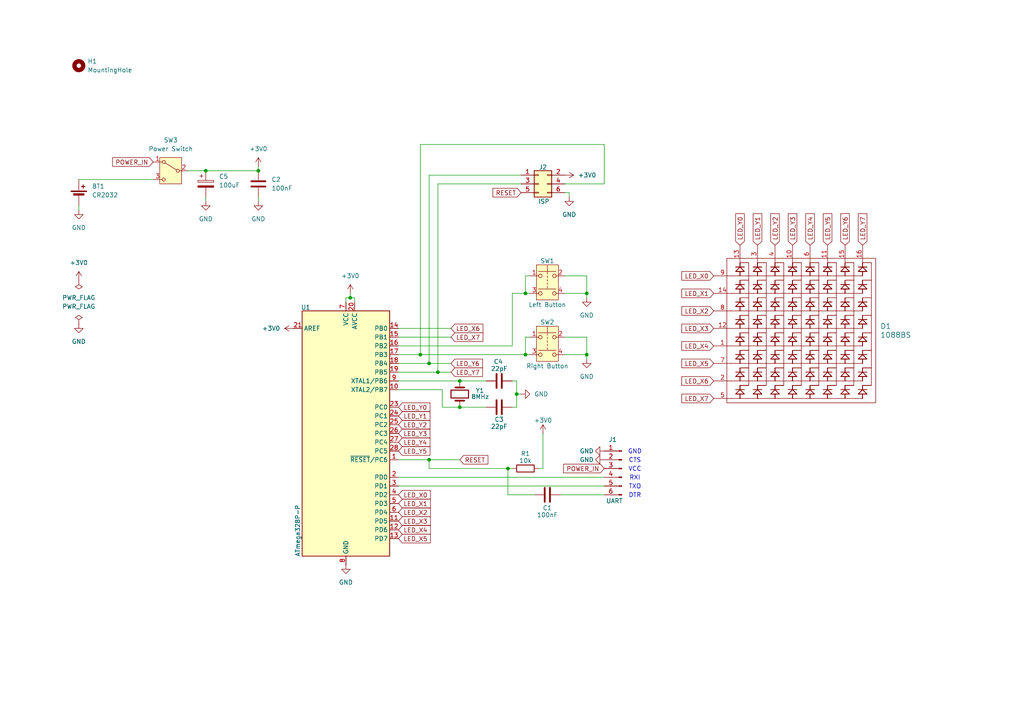
<source format=kicad_sch>
(kicad_sch (version 20231120) (generator "eeschema") (generator_version "8.0")
  (paper "A4")
  (title_block (title "ZTL-Badge-Hardware") (date "2024-03-03") (rev "1.0.0") (company "@casartar"))
  (lib_symbols
    (symbol "1088bs:1088BS" (pin_names (offset 1.016))
      (property "Reference" "D" (at -20.32 -22.86 0))
      (property "Value" "1088BS" (at 17.78 -22.86 0))
      (symbol "1088BS_1_1"
        (pin passive line (at -25.4 -5.08 0) (length 5.08) (name "~") (number "1"))
        (pin passive line (at -2.54 24.13 270) (length 5.08) (name "~") (number "10"))
        (pin passive line (at 7.62 24.13 270) (length 5.08) (name "~") (number "11"))
        (pin passive line (at -25.4 0 0) (length 5.08) (name "~") (number "12"))
        (pin passive line (at -17.78 24.13 270) (length 5.08) (name "~") (number "13"))
        (pin passive line (at -25.4 10.16 0) (length 5.08) (name "~") (number "14"))
        (pin passive line (at 12.7 24.13 270) (length 5.08) (name "~") (number "15"))
        (pin passive line (at 17.78 24.13 270) (length 5.08) (name "~") (number "16"))
        (pin passive line (at -25.4 -15.24 0) (length 5.08) (name "~") (number "2"))
        (pin passive line (at -12.7 24.13 270) (length 5.08) (name "~") (number "3"))
        (pin passive line (at -7.62 24.13 270) (length 5.08) (name "~") (number "4"))
        (pin passive line (at -25.4 -20.32 0) (length 5.08) (name "~") (number "5"))
        (pin passive line (at 2.54 24.13 270) (length 5.08) (name "~") (number "6"))
        (pin passive line (at -25.4 -10.16 0) (length 5.08) (name "~") (number "7"))
        (pin passive line (at -25.4 5.08 0) (length 5.08) (name "~") (number "8"))
        (pin passive line (at -25.4 15.24 0) (length 5.08) (name "~") (number "9"))
      )
    )
    (symbol "Connector:Conn_01x06_Pin" (pin_names (offset 1.016) hide)
      (property "Reference" "J" (at 0 7.62 0))
      (property "Value" "Conn_01x06_Pin" (at 0 -10.16 0))
      (symbol "Conn_01x06_Pin_1_1"
        (pin passive line (at 5.08 5.08 180) (length 3.81) (name "Pin_1") (number "1"))
        (pin passive line (at 5.08 2.54 180) (length 3.81) (name "Pin_2") (number "2"))
        (pin passive line (at 5.08 0 180) (length 3.81) (name "Pin_3") (number "3"))
        (pin passive line (at 5.08 -2.54 180) (length 3.81) (name "Pin_4") (number "4"))
        (pin passive line (at 5.08 -5.08 180) (length 3.81) (name "Pin_5") (number "5"))
        (pin passive line (at 5.08 -7.62 180) (length 3.81) (name "Pin_6") (number "6"))
      )
    )
    (symbol "Connector_Generic:Conn_02x03_Odd_Even" (pin_names (offset 1.016) hide)
      (property "Reference" "J" (at 1.27 5.08 0))
      (property "Value" "Conn_02x03_Odd_Even" (at 1.27 -5.08 0))
      (symbol "Conn_02x03_Odd_Even_1_1"
        (pin passive line (at -5.08 2.54 0) (length 3.81) (name "Pin_1") (number "1"))
        (pin passive line (at 7.62 2.54 180) (length 3.81) (name "Pin_2") (number "2"))
        (pin passive line (at -5.08 0 0) (length 3.81) (name "Pin_3") (number "3"))
        (pin passive line (at 7.62 0 180) (length 3.81) (name "Pin_4") (number "4"))
        (pin passive line (at -5.08 -2.54 0) (length 3.81) (name "Pin_5") (number "5"))
        (pin passive line (at 7.62 -2.54 180) (length 3.81) (name "Pin_6") (number "6"))
      )
    )
    (symbol "Device:Battery_Cell" (pin_numbers hide) (pin_names (offset 0) hide)
      (property "Reference" "BT" (at 2.54 2.54 0))
      (property "Value" "Battery_Cell" (at 2.54 0 0))
      (symbol "Battery_Cell_1_1"
        (pin passive line (at 0 5.08 270) (length 2.54) (name "+") (number "1"))
        (pin passive line (at 0 -2.54 90) (length 2.54) (name "-") (number "2"))
      )
    )
    (symbol "Device:C" (pin_numbers hide) (pin_names (offset 0.254))
      (property "Reference" "C" (at 0.635 2.54 0))
      (property "Value" "C" (at 0.635 -2.54 0))
      (symbol "C_1_1"
        (pin passive line (at 0 3.81 270) (length 2.794) (name "~") (number "1"))
        (pin passive line (at 0 -3.81 90) (length 2.794) (name "~") (number "2"))
      )
    )
    (symbol "Device:C_Polarized" (pin_numbers hide) (pin_names (offset 0.254))
      (property "Reference" "C" (at 0.635 2.54 0))
      (property "Value" "C_Polarized" (at 0.635 -2.54 0))
      (symbol "C_Polarized_1_1"
        (pin passive line (at 0 3.81 270) (length 2.794) (name "~") (number "1"))
        (pin passive line (at 0 -3.81 90) (length 2.794) (name "~") (number "2"))
      )
    )
    (symbol "Device:Crystal" (pin_numbers hide) (pin_names (offset 1.016) hide)
      (property "Reference" "Y" (at 0 3.81 0))
      (property "Value" "Crystal" (at 0 -3.81 0))
      (symbol "Crystal_1_1"
        (pin passive line (at -3.81 0 0) (length 1.27) (name "1") (number "1"))
        (pin passive line (at 3.81 0 180) (length 1.27) (name "2") (number "2"))
      )
    )
    (symbol "Device:R" (pin_numbers hide) (pin_names (offset 0))
      (property "Reference" "R" (at 2.032 0 90))
      (property "Value" "R" (at 0 0 90))
      (symbol "R_1_1"
        (pin passive line (at 0 3.81 270) (length 1.27) (name "~") (number "1"))
        (pin passive line (at 0 -3.81 90) (length 1.27) (name "~") (number "2"))
      )
    )
    (symbol "MCU_Microchip_ATmega:ATmega328P-P"
      (property "Reference" "U" (at -12.7 36.83 0))
      (property "Value" "ATmega328P-P" (at 2.54 -36.83 0))
      (symbol "ATmega328P-P_1_1"
        (pin bidirectional line (at 15.24 -7.62 180) (length 2.54) (name "~{RESET}/PC6") (number "1"))
        (pin bidirectional line (at 15.24 12.7 180) (length 2.54) (name "XTAL2/PB7") (number "10"))
        (pin bidirectional line (at 15.24 -25.4 180) (length 2.54) (name "PD5") (number "11"))
        (pin bidirectional line (at 15.24 -27.94 180) (length 2.54) (name "PD6") (number "12"))
        (pin bidirectional line (at 15.24 -30.48 180) (length 2.54) (name "PD7") (number "13"))
        (pin bidirectional line (at 15.24 30.48 180) (length 2.54) (name "PB0") (number "14"))
        (pin bidirectional line (at 15.24 27.94 180) (length 2.54) (name "PB1") (number "15"))
        (pin bidirectional line (at 15.24 25.4 180) (length 2.54) (name "PB2") (number "16"))
        (pin bidirectional line (at 15.24 22.86 180) (length 2.54) (name "PB3") (number "17"))
        (pin bidirectional line (at 15.24 20.32 180) (length 2.54) (name "PB4") (number "18"))
        (pin bidirectional line (at 15.24 17.78 180) (length 2.54) (name "PB5") (number "19"))
        (pin bidirectional line (at 15.24 -12.7 180) (length 2.54) (name "PD0") (number "2"))
        (pin power_in line (at 2.54 38.1 270) (length 2.54) (name "AVCC") (number "20"))
        (pin passive line (at -15.24 30.48 0) (length 2.54) (name "AREF") (number "21"))
        (pin passive line (at 0 -38.1 90) (length 2.54) hide (name "GND") (number "22"))
        (pin bidirectional line (at 15.24 7.62 180) (length 2.54) (name "PC0") (number "23"))
        (pin bidirectional line (at 15.24 5.08 180) (length 2.54) (name "PC1") (number "24"))
        (pin bidirectional line (at 15.24 2.54 180) (length 2.54) (name "PC2") (number "25"))
        (pin bidirectional line (at 15.24 0 180) (length 2.54) (name "PC3") (number "26"))
        (pin bidirectional line (at 15.24 -2.54 180) (length 2.54) (name "PC4") (number "27"))
        (pin bidirectional line (at 15.24 -5.08 180) (length 2.54) (name "PC5") (number "28"))
        (pin bidirectional line (at 15.24 -15.24 180) (length 2.54) (name "PD1") (number "3"))
        (pin bidirectional line (at 15.24 -17.78 180) (length 2.54) (name "PD2") (number "4"))
        (pin bidirectional line (at 15.24 -20.32 180) (length 2.54) (name "PD3") (number "5"))
        (pin bidirectional line (at 15.24 -22.86 180) (length 2.54) (name "PD4") (number "6"))
        (pin power_in line (at 0 38.1 270) (length 2.54) (name "VCC") (number "7"))
        (pin power_in line (at 0 -38.1 90) (length 2.54) (name "GND") (number "8"))
        (pin bidirectional line (at 15.24 15.24 180) (length 2.54) (name "XTAL1/PB6") (number "9"))
      )
    )
    (symbol "Mechanical:MountingHole" (pin_names (offset 1.016))
      (property "Reference" "H" (at 0 5.08 0))
      (property "Value" "MountingHole" (at 0 3.175 0))
    )
    (symbol "Switch:SW_Push_Dual" (pin_names (offset 1.016) hide)
      (property "Reference" "SW" (at 0 7.62 0))
      (property "Value" "SW_Push_Dual" (at 0 -6.35 0))
      (symbol "SW_Push_Dual_0_1"
        (pin passive line (at -5.08 2.54 0) (length 2.54) (name "1") (number "1"))
        (pin passive line (at 5.08 2.54 180) (length 2.54) (name "2") (number "2"))
        (pin passive line (at -5.08 -2.54 0) (length 2.54) (name "3") (number "3"))
        (pin passive line (at 5.08 -2.54 180) (length 2.54) (name "4") (number "4"))
      )
    )
    (symbol "Switch:SW_SPDT" (pin_names (offset 0) hide)
      (property "Reference" "SW" (at 0 5.08 0))
      (property "Value" "SW_SPDT" (at 0 -5.08 0))
      (symbol "SW_SPDT_1_1"
        (pin passive line (at 5.08 2.54 180) (length 2.54) (name "A") (number "1"))
        (pin passive line (at -5.08 0 0) (length 2.54) (name "B") (number "2"))
        (pin passive line (at 5.08 -2.54 180) (length 2.54) (name "C") (number "3"))
      )
    )
    (symbol "power:+3V0" (power) (pin_numbers hide) (pin_names (offset 0) hide)
      (property "Value" "+3V0" (at 0 3.556 0))
      (symbol "+3V0_1_1"
        (pin power_in line (at 0 0 90) (length 0) (name "~") (number "1"))
      )
    )
    (symbol "power:GND" (power) (pin_numbers hide) (pin_names (offset 0) hide)
      (property "Value" "GND" (at 0 -3.81 0))
      (symbol "GND_1_1"
        (pin power_in line (at 0 0 270) (length 0) (name "~") (number "1"))
      )
    )
    (symbol "power:PWR_FLAG" (power) (pin_numbers hide) (pin_names (offset 0) hide)
      (property "Value" "PWR_FLAG" (at 0 3.81 0))
      (symbol "PWR_FLAG_0_0"
        (pin power_out line (at 0 0 90) (length 0) (name "~") (number "1"))
      )
    )
  )
  (junction (at 74.93 49.53))
  (junction (at 121.92 102.87))
  (junction (at 101.6 86.36))
  (junction (at 124.46 105.41))
  (junction (at 124.46 133.35))
  (junction (at 133.35 118.11))
  (junction (at 133.35 110.49))
  (junction (at 170.18 102.87))
  (junction (at 127 107.95))
  (junction (at 59.69 49.53))
  (junction (at 147.32 135.89))
  (junction (at 170.18 85.09))
  (junction (at 149.86 114.3))
  (junction (at 152.4 85.09))
  (junction (at 152.4 102.87))
  (wire (pts (xy 124.46 50.8) (xy 151.13 50.8)))
  (wire (pts (xy 74.93 57.15) (xy 74.93 58.42)))
  (wire (pts (xy 59.69 57.15) (xy 59.69 58.42)))
  (wire (pts (xy 149.86 114.3) (xy 151.13 114.3)))
  (wire (pts (xy 54.61 49.53) (xy 59.69 49.53)))
  (wire (pts (xy 102.87 86.36) (xy 101.6 86.36)))
  (wire (pts (xy 148.59 118.11) (xy 149.86 118.11)))
  (wire (pts (xy 149.86 114.3) (xy 149.86 110.49)))
  (wire (pts (xy 163.83 97.79) (xy 170.18 97.79)))
  (wire (pts (xy 152.4 85.09) (xy 153.67 85.09)))
  (wire (pts (xy 148.59 100.33) (xy 148.59 85.09)))
  (wire (pts (xy 121.92 41.91) (xy 175.26 41.91)))
  (wire (pts (xy 124.46 133.35) (xy 133.35 133.35)))
  (wire (pts (xy 22.86 52.07) (xy 44.45 52.07)))
  (wire (pts (xy 121.92 102.87) (xy 152.4 102.87)))
  (wire (pts (xy 149.86 118.11) (xy 149.86 114.3)))
  (wire (pts (xy 101.6 85.09) (xy 101.6 86.36)))
  (wire (pts (xy 115.57 102.87) (xy 121.92 102.87)))
  (wire (pts (xy 115.57 133.35) (xy 124.46 133.35)))
  (wire (pts (xy 153.67 80.01) (xy 152.4 80.01)))
  (wire (pts (xy 147.32 135.89) (xy 124.46 135.89)))
  (wire (pts (xy 175.26 41.91) (xy 175.26 53.34)))
  (wire (pts (xy 100.33 86.36) (xy 100.33 87.63)))
  (wire (pts (xy 124.46 135.89) (xy 124.46 133.35)))
  (wire (pts (xy 115.57 138.43) (xy 175.26 138.43)))
  (wire (pts (xy 152.4 97.79) (xy 152.4 102.87)))
  (wire (pts (xy 148.59 85.09) (xy 152.4 85.09)))
  (wire (pts (xy 163.83 80.01) (xy 170.18 80.01)))
  (wire (pts (xy 115.57 140.97) (xy 175.26 140.97)))
  (wire (pts (xy 152.4 102.87) (xy 153.67 102.87)))
  (wire (pts (xy 115.57 107.95) (xy 127 107.95)))
  (wire (pts (xy 153.67 97.79) (xy 152.4 97.79)))
  (wire (pts (xy 163.83 102.87) (xy 170.18 102.87)))
  (wire (pts (xy 152.4 80.01) (xy 152.4 85.09)))
  (wire (pts (xy 133.35 118.11) (xy 140.97 118.11)))
  (wire (pts (xy 148.59 110.49) (xy 149.86 110.49)))
  (wire (pts (xy 115.57 95.25) (xy 130.81 95.25)))
  (wire (pts (xy 163.83 85.09) (xy 170.18 85.09)))
  (wire (pts (xy 74.93 48.26) (xy 74.93 49.53)))
  (wire (pts (xy 115.57 113.03) (xy 128.27 113.03)))
  (wire (pts (xy 148.59 135.89) (xy 147.32 135.89)))
  (wire (pts (xy 101.6 86.36) (xy 100.33 86.36)))
  (wire (pts (xy 147.32 143.51) (xy 147.32 135.89)))
  (wire (pts (xy 115.57 97.79) (xy 130.81 97.79)))
  (wire (pts (xy 121.92 102.87) (xy 121.92 41.91)))
  (wire (pts (xy 115.57 105.41) (xy 124.46 105.41)))
  (wire (pts (xy 124.46 105.41) (xy 130.81 105.41)))
  (wire (pts (xy 162.56 143.51) (xy 175.26 143.51)))
  (wire (pts (xy 170.18 97.79) (xy 170.18 102.87)))
  (wire (pts (xy 170.18 80.01) (xy 170.18 85.09)))
  (wire (pts (xy 163.83 55.88) (xy 165.1 55.88)))
  (wire (pts (xy 127 107.95) (xy 127 53.34)))
  (wire (pts (xy 127 107.95) (xy 130.81 107.95)))
  (wire (pts (xy 124.46 105.41) (xy 124.46 50.8)))
  (wire (pts (xy 156.21 135.89) (xy 157.48 135.89)))
  (wire (pts (xy 59.69 49.53) (xy 74.93 49.53)))
  (wire (pts (xy 163.83 53.34) (xy 175.26 53.34)))
  (wire (pts (xy 128.27 113.03) (xy 128.27 118.11)))
  (wire (pts (xy 165.1 55.88) (xy 165.1 57.15)))
  (wire (pts (xy 102.87 87.63) (xy 102.87 86.36)))
  (wire (pts (xy 115.57 100.33) (xy 148.59 100.33)))
  (wire (pts (xy 22.86 59.69) (xy 22.86 60.96)))
  (wire (pts (xy 154.94 143.51) (xy 147.32 143.51)))
  (wire (pts (xy 170.18 102.87) (xy 170.18 104.14)))
  (wire (pts (xy 115.57 110.49) (xy 133.35 110.49)))
  (wire (pts (xy 157.48 125.73) (xy 157.48 135.89)))
  (wire (pts (xy 170.18 85.09) (xy 170.18 86.36)))
  (wire (pts (xy 127 53.34) (xy 151.13 53.34)))
  (wire (pts (xy 128.27 118.11) (xy 133.35 118.11)))
  (wire (pts (xy 133.35 110.49) (xy 140.97 110.49)))
  (text "DTR" (at 184.15 143.764 0) (effects (font (size 1.27 1.27))))
  (text "CTS" (at 184.15 133.604 0) (effects (font (size 1.27 1.27))))
  (text "TXO" (at 184.15 141.224 0) (effects (font (size 1.27 1.27))))
  (text "RXI" (at 184.15 138.684 0) (effects (font (size 1.27 1.27))))
  (text "VCC" (at 184.15 136.144 0) (effects (font (size 1.27 1.27))))
  (text "GND" (at 184.15 131.064 0) (effects (font (size 1.27 1.27))))
  (global_label "LED_X7" (shape input) (at 130.81 97.79 0) (property "Intersheetrefs" "${INTERSHEET_REFS}" (effects (hide yes))))
  (global_label "LED_X1" (shape input) (at 115.57 146.05 0) (property "Intersheetrefs" "${INTERSHEET_REFS}" (effects (hide yes))))
  (global_label "LED_Y7" (shape input) (at 130.81 107.95 0) (property "Intersheetrefs" "${INTERSHEET_REFS}" (effects (hide yes))))
  (global_label "LED_Y0" (shape input) (at 214.63 71.12 90) (property "Intersheetrefs" "${INTERSHEET_REFS}" (effects (hide yes))))
  (global_label "LED_X5" (shape input) (at 115.57 156.21 0) (property "Intersheetrefs" "${INTERSHEET_REFS}" (effects (hide yes))))
  (global_label "LED_X3" (shape input) (at 207.01 95.25 180) (property "Intersheetrefs" "${INTERSHEET_REFS}" (effects (hide yes))))
  (global_label "LED_Y3" (shape input) (at 229.87 71.12 90) (property "Intersheetrefs" "${INTERSHEET_REFS}" (effects (hide yes))))
  (global_label "POWER_IN" (shape input) (at 44.45 46.99 180) (property "Intersheetrefs" "${INTERSHEET_REFS}" (effects (hide yes))))
  (global_label "LED_X0" (shape input) (at 207.01 80.01 180) (property "Intersheetrefs" "${INTERSHEET_REFS}" (effects (hide yes))))
  (global_label "LED_X2" (shape input) (at 115.57 148.59 0) (property "Intersheetrefs" "${INTERSHEET_REFS}" (effects (hide yes))))
  (global_label "LED_X4" (shape input) (at 115.57 153.67 0) (property "Intersheetrefs" "${INTERSHEET_REFS}" (effects (hide yes))))
  (global_label "LED_X6" (shape input) (at 207.01 110.49 180) (property "Intersheetrefs" "${INTERSHEET_REFS}" (effects (hide yes))))
  (global_label "LED_X5" (shape input) (at 207.01 105.41 180) (property "Intersheetrefs" "${INTERSHEET_REFS}" (effects (hide yes))))
  (global_label "RESET" (shape input) (at 133.35 133.35 0) (property "Intersheetrefs" "${INTERSHEET_REFS}" (effects (hide yes))))
  (global_label "LED_Y3" (shape input) (at 115.57 125.73 0) (property "Intersheetrefs" "${INTERSHEET_REFS}" (effects (hide yes))))
  (global_label "LED_Y5" (shape input) (at 115.57 130.81 0) (property "Intersheetrefs" "${INTERSHEET_REFS}" (effects (hide yes))))
  (global_label "LED_X4" (shape input) (at 207.01 100.33 180) (property "Intersheetrefs" "${INTERSHEET_REFS}" (effects (hide yes))))
  (global_label "LED_Y2" (shape input) (at 115.57 123.19 0) (property "Intersheetrefs" "${INTERSHEET_REFS}" (effects (hide yes))))
  (global_label "LED_Y4" (shape input) (at 115.57 128.27 0) (property "Intersheetrefs" "${INTERSHEET_REFS}" (effects (hide yes))))
  (global_label "LED_X1" (shape input) (at 207.01 85.09 180) (property "Intersheetrefs" "${INTERSHEET_REFS}" (effects (hide yes))))
  (global_label "LED_Y4" (shape input) (at 234.95 71.12 90) (property "Intersheetrefs" "${INTERSHEET_REFS}" (effects (hide yes))))
  (global_label "POWER_IN" (shape input) (at 175.26 135.89 180) (property "Intersheetrefs" "${INTERSHEET_REFS}" (effects (hide yes))))
  (global_label "RESET" (shape input) (at 151.13 55.88 180) (property "Intersheetrefs" "${INTERSHEET_REFS}" (effects (hide yes))))
  (global_label "LED_X3" (shape input) (at 115.57 151.13 0) (property "Intersheetrefs" "${INTERSHEET_REFS}" (effects (hide yes))))
  (global_label "LED_Y6" (shape input) (at 245.11 71.12 90) (property "Intersheetrefs" "${INTERSHEET_REFS}" (effects (hide yes))))
  (global_label "LED_X7" (shape input) (at 207.01 115.57 180) (property "Intersheetrefs" "${INTERSHEET_REFS}" (effects (hide yes))))
  (global_label "LED_X6" (shape input) (at 130.81 95.25 0) (property "Intersheetrefs" "${INTERSHEET_REFS}" (effects (hide yes))))
  (global_label "LED_X0" (shape input) (at 115.57 143.51 0) (property "Intersheetrefs" "${INTERSHEET_REFS}" (effects (hide yes))))
  (global_label "LED_X2" (shape input) (at 207.01 90.17 180) (property "Intersheetrefs" "${INTERSHEET_REFS}" (effects (hide yes))))
  (global_label "LED_Y6" (shape input) (at 130.81 105.41 0) (property "Intersheetrefs" "${INTERSHEET_REFS}" (effects (hide yes))))
  (global_label "LED_Y1" (shape input) (at 115.57 120.65 0) (property "Intersheetrefs" "${INTERSHEET_REFS}" (effects (hide yes))))
  (global_label "LED_Y2" (shape input) (at 224.79 71.12 90) (property "Intersheetrefs" "${INTERSHEET_REFS}" (effects (hide yes))))
  (global_label "LED_Y1" (shape input) (at 219.71 71.12 90) (property "Intersheetrefs" "${INTERSHEET_REFS}" (effects (hide yes))))
  (global_label "LED_Y5" (shape input) (at 240.03 71.12 90) (property "Intersheetrefs" "${INTERSHEET_REFS}" (effects (hide yes))))
  (global_label "LED_Y0" (shape input) (at 115.57 118.11 0) (property "Intersheetrefs" "${INTERSHEET_REFS}" (effects (hide yes))))
  (global_label "LED_Y7" (shape input) (at 250.19 71.12 90) (property "Intersheetrefs" "${INTERSHEET_REFS}" (effects (hide yes))))
  (symbol (lib_id "power:GND") (at 22.86 93.98 0) (unit 1)
    (property "Reference" "#PWR017" (effects (hide yes)))
    (property "Value" "GND" (at 22.86 99.06 0))
    (property "Description" "Power symbol creates a global label with name \"GND\" , ground" (effects (hide yes)))
  )
  (symbol (lib_id "power:GND") (at 165.1 57.15 0) (unit 1)
    (property "Reference" "#PWR06" (effects (hide yes)))
    (property "Value" "GND" (at 165.1 62.23 0))
    (property "Description" "Power symbol creates a global label with name \"GND\" , ground" (effects (hide yes)))
  )
  (symbol (lib_id "power:PWR_FLAG") (at 22.86 81.28 180) (unit 1)
    (property "Reference" "#FLG01" (effects (hide yes)))
    (property "Value" "PWR_FLAG" (at 22.86 86.36 0))
    (property "Description" "Special symbol for telling ERC where power comes from" (effects (hide yes)))
  )
  (symbol (lib_id "Device:C") (at 144.78 110.49 90) (unit 1)
    (property "Reference" "C4" (at 144.526 104.902 90))
    (property "Value" "22pF" (at 144.78 106.934 90))
    (property "Footprint" "Capacitor_THT:C_Disc_D3.8mm_W2.6mm_P2.50mm" (effects (hide yes)))
    (property "Description" "Unpolarized capacitor" (effects (hide yes)))
  )
  (symbol (lib_id "power:+3V0") (at 85.09 95.25 90) (unit 1)
    (property "Reference" "#PWR012" (effects (hide yes)))
    (property "Value" "+3V0" (at 81.28 95.2499 90) (effects (justify left)))
    (property "Description" "Power symbol creates a global label with name \"+3V0\"" (effects (hide yes)))
  )
  (symbol (lib_id "Mechanical:MountingHole") (at 22.86 19.05 0) (unit 1)
    (property "Reference" "H1" (at 25.4 17.7799 0) (effects (justify left)))
    (property "Value" "MountingHole" (at 25.4 20.3199 0) (effects (justify left)))
    (property "Footprint" "MountingHole:MountingHole_5.3mm_M5_DIN965_Pad" (effects (hide yes)))
    (property "Description" "Mounting Hole without connection" (effects (hide yes)))
  )
  (symbol (lib_id "power:+3V0") (at 101.6 85.09 0) (unit 1)
    (property "Reference" "#PWR01" (effects (hide yes)))
    (property "Value" "+3V0" (at 101.6 80.01 0))
    (property "Description" "Power symbol creates a global label with name \"+3V0\"" (effects (hide yes)))
  )
  (symbol (lib_id "power:+3V0") (at 163.83 50.8 270) (unit 1)
    (property "Reference" "#PWR05" (effects (hide yes)))
    (property "Value" "+3V0" (at 167.64 50.7999 90) (effects (justify left)))
    (property "Description" "Power symbol creates a global label with name \"+3V0\"" (effects (hide yes)))
  )
  (symbol (lib_id "Device:R") (at 152.4 135.89 90) (unit 1)
    (property "Reference" "R1" (at 152.4 131.572 90))
    (property "Value" "10k" (at 152.4 133.604 90))
    (property "Footprint" "Resistor_THT:R_Axial_DIN0207_L6.3mm_D2.5mm_P7.62mm_Horizontal" (effects (hide yes)))
    (property "Description" "Resistor" (effects (hide yes)))
  )
  (symbol (lib_id "Connector_Generic:Conn_02x03_Odd_Even") (at 156.21 53.34 0) (unit 1)
    (property "Reference" "J2" (at 157.48 48.514 0))
    (property "Value" "ISP" (at 157.734 58.42 0))
    (property "Footprint" "Connector_PinHeader_2.54mm:PinHeader_2x03_P2.54mm_Vertical" (effects (hide yes)))
    (property "Description" "Generic connector, double row, 02x03, odd/even pin numbering scheme (row 1 odd numbers, row 2 even numbers), script generated (kicad-library-utils/schlib/autogen/connector/)" (effects (hide yes)))
  )
  (symbol (lib_id "MCU_Microchip_ATmega:ATmega328P-P") (at 100.33 125.73 0) (unit 1)
    (property "Reference" "U1" (at 88.646 89.154 0))
    (property "Value" "ATmega328P-P" (at 86.36 153.924 90))
    (property "Footprint" "Package_DIP:DIP-28_W7.62mm" (effects (hide yes)))
    (property "Datasheet" "http://ww1.microchip.com/downloads/en/DeviceDoc/ATmega328_P%20AVR%20MCU%20with%20picoPower%20Technology%20Data%20Sheet%2040001984A.pdf" (effects (hide yes)))
    (property "Description" "20MHz, 32kB Flash, 2kB SRAM, 1kB EEPROM, DIP-28" (effects (hide yes)))
  )
  (symbol (lib_id "power:PWR_FLAG") (at 22.86 93.98 0) (unit 1)
    (property "Reference" "#FLG02" (effects (hide yes)))
    (property "Value" "PWR_FLAG" (at 22.86 88.9 0))
    (property "Description" "Special symbol for telling ERC where power comes from" (effects (hide yes)))
  )
  (symbol (lib_id "Device:C") (at 74.93 53.34 0) (unit 1)
    (property "Reference" "C2" (at 78.74 52.0699 0) (effects (justify left)))
    (property "Value" "100nF" (at 78.74 54.6099 0) (effects (justify left)))
    (property "Footprint" "Capacitor_THT:C_Disc_D3.8mm_W2.6mm_P2.50mm" (effects (hide yes)))
    (property "Description" "Unpolarized capacitor" (effects (hide yes)))
  )
  (symbol (lib_id "Device:Crystal") (at 133.35 114.3 90) (unit 1)
    (property "Reference" "Y1" (at 137.922 113.284 90) (effects (justify right)))
    (property "Value" "8MHz" (at 136.652 115.062 90) (effects (justify right)))
    (property "Footprint" "Crystal:Crystal_HC49-4H_Vertical" (effects (hide yes)))
    (property "Description" "Two pin crystal" (effects (hide yes)))
  )
  (symbol (lib_id "power:+3V0") (at 157.48 125.73 0) (unit 1)
    (property "Reference" "#PWR08" (effects (hide yes)))
    (property "Value" "+3V0" (at 157.48 121.92 0))
    (property "Description" "Power symbol creates a global label with name \"+3V0\"" (effects (hide yes)))
  )
  (symbol (lib_id "power:GND") (at 22.86 60.96 0) (unit 1)
    (property "Reference" "#PWR015" (effects (hide yes)))
    (property "Value" "GND" (at 22.86 66.04 0))
    (property "Description" "Power symbol creates a global label with name \"GND\" , ground" (effects (hide yes)))
  )
  (symbol (lib_id "Switch:SW_Push_Dual") (at 158.75 82.55 0) (unit 1)
    (property "Reference" "SW1" (at 158.75 75.692 0))
    (property "Value" "Left Button" (at 158.75 88.392 0))
    (property "Footprint" "Kurzhubtaster:Kurzhubtaster" (effects (hide yes)))
    (property "Description" "Push button switch, generic, symbol, four pins" (effects (hide yes)))
  )
  (symbol (lib_id "Device:C_Polarized") (at 59.69 53.34 0) (unit 1)
    (property "Reference" "C5" (at 63.5 51.1809 0) (effects (justify left)))
    (property "Value" "100uF" (at 63.5 53.7209 0) (effects (justify left)))
    (property "Footprint" "Capacitor_THT:CP_Radial_D5.0mm_P2.50mm" (effects (hide yes)))
    (property "Description" "Polarized capacitor" (effects (hide yes)))
  )
  (symbol (lib_id "power:GND") (at 59.69 58.42 0) (unit 1)
    (property "Reference" "#PWR013" (effects (hide yes)))
    (property "Value" "GND" (at 59.69 63.5 0))
    (property "Description" "Power symbol creates a global label with name \"GND\" , ground" (effects (hide yes)))
  )
  (symbol (lib_id "power:GND") (at 170.18 104.14 0) (unit 1)
    (property "Reference" "#PWR03" (effects (hide yes)))
    (property "Value" "GND" (at 170.18 109.22 0))
    (property "Description" "Power symbol creates a global label with name \"GND\" , ground" (effects (hide yes)))
  )
  (symbol (lib_id "power:+3V0") (at 74.93 48.26 0) (unit 1)
    (property "Reference" "#PWR014" (effects (hide yes)))
    (property "Value" "+3V0" (at 74.93 43.18 0))
    (property "Description" "Power symbol creates a global label with name \"+3V0\"" (effects (hide yes)))
  )
  (symbol (lib_id "power:GND") (at 175.26 130.81 270) (unit 1)
    (property "Reference" "#PWR07" (effects (hide yes)))
    (property "Value" "GND" (at 172.212 130.81 90) (effects (justify right)))
    (property "Description" "Power symbol creates a global label with name \"GND\" , ground" (effects (hide yes)))
  )
  (symbol (lib_id "Switch:SW_SPDT") (at 49.53 49.53 0) (mirror y) (unit 1)
    (property "Reference" "SW3" (at 49.53 40.64 0))
    (property "Value" "Power Switch" (at 49.53 43.18 0))
    (property "Footprint" "ESP101:ESP101" (effects (hide yes)))
    (property "Description" "Switch, single pole double throw" (effects (hide yes)))
  )
  (symbol (lib_id "power:GND") (at 151.13 114.3 90) (unit 1)
    (property "Reference" "#PWR010" (effects (hide yes)))
    (property "Value" "GND" (at 154.94 114.2999 90) (effects (justify right)))
    (property "Description" "Power symbol creates a global label with name \"GND\" , ground" (effects (hide yes)))
  )
  (symbol (lib_id "Connector:Conn_01x06_Pin") (at 180.34 135.89 0) (mirror y) (unit 1)
    (property "Reference" "J1" (at 176.53 127.508 0) (effects (justify right)))
    (property "Value" "UART" (at 175.768 145.288 0) (effects (justify right)))
    (property "Footprint" "Connector_PinHeader_2.54mm:PinHeader_1x06_P2.54mm_Horizontal" (effects (hide yes)))
    (property "Description" "Generic connector, single row, 01x06, script generated" (effects (hide yes)))
  )
  (symbol (lib_id "Device:C") (at 144.78 118.11 90) (unit 1)
    (property "Reference" "C3" (at 144.78 121.666 90))
    (property "Value" "22pF" (at 144.78 123.698 90))
    (property "Footprint" "Capacitor_THT:C_Disc_D3.8mm_W2.6mm_P2.50mm" (effects (hide yes)))
    (property "Description" "Unpolarized capacitor" (effects (hide yes)))
  )
  (symbol (lib_id "Device:Battery_Cell") (at 22.86 57.15 0) (unit 1)
    (property "Reference" "BT1" (at 26.67 54.0384 0) (effects (justify left)))
    (property "Value" "CR2032" (at 26.67 56.5784 0) (effects (justify left)))
    (property "Footprint" "1088BS:Knopfzellenclip_20mm" (effects (hide yes)))
    (property "Description" "Single-cell battery" (effects (hide yes)))
  )
  (symbol (lib_id "power:GND") (at 170.18 86.36 0) (unit 1)
    (property "Reference" "#PWR04" (effects (hide yes)))
    (property "Value" "GND" (at 170.18 91.44 0))
    (property "Description" "Power symbol creates a global label with name \"GND\" , ground" (effects (hide yes)))
  )
  (symbol (lib_id "Switch:SW_Push_Dual") (at 158.75 100.33 0) (unit 1)
    (property "Reference" "SW2" (at 158.75 93.472 0))
    (property "Value" "Right Button" (at 158.75 106.172 0))
    (property "Footprint" "Kurzhubtaster:Kurzhubtaster" (effects (hide yes)))
    (property "Description" "Push button switch, generic, symbol, four pins" (effects (hide yes)))
  )
  (symbol (lib_id "1088bs:1088BS") (at 232.41 95.25 0) (unit 1)
    (property "Reference" "D1" (at 255.27 94.6149 0) (effects (font (size 1.524 1.524)) (justify left)))
    (property "Value" "1088BS" (at 255.27 97.1549 0) (effects (font (size 1.524 1.524)) (justify left)))
    (property "Footprint" "1088BS:1088BS" (effects (hide yes)))
  )
  (symbol (lib_id "power:GND") (at 74.93 58.42 0) (unit 1)
    (property "Reference" "#PWR02" (effects (hide yes)))
    (property "Value" "GND" (at 74.93 63.5 0))
    (property "Description" "Power symbol creates a global label with name \"GND\" , ground" (effects (hide yes)))
  )
  (symbol (lib_id "power:GND") (at 100.33 163.83 0) (unit 1)
    (property "Reference" "#PWR011" (effects (hide yes)))
    (property "Value" "GND" (at 100.33 168.91 0))
    (property "Description" "Power symbol creates a global label with name \"GND\" , ground" (effects (hide yes)))
  )
  (symbol (lib_id "power:+3V0") (at 22.86 81.28 0) (unit 1)
    (property "Reference" "#PWR018" (effects (hide yes)))
    (property "Value" "+3V0" (at 22.86 76.2 0))
    (property "Description" "Power symbol creates a global label with name \"+3V0\"" (effects (hide yes)))
  )
  (symbol (lib_id "power:GND") (at 175.26 133.35 270) (unit 1)
    (property "Reference" "#PWR09" (effects (hide yes)))
    (property "Value" "GND" (at 172.212 133.35 90) (effects (justify right)))
    (property "Description" "Power symbol creates a global label with name \"GND\" , ground" (effects (hide yes)))
  )
  (symbol (lib_id "Device:C") (at 158.75 143.51 90) (unit 1)
    (property "Reference" "C1" (at 158.75 147.32 90))
    (property "Value" "100nF" (at 158.75 149.352 90))
    (property "Footprint" "Capacitor_THT:C_Disc_D3.8mm_W2.6mm_P2.50mm" (effects (hide yes)))
    (property "Description" "Unpolarized capacitor" (effects (hide yes)))
  )
)
</source>
